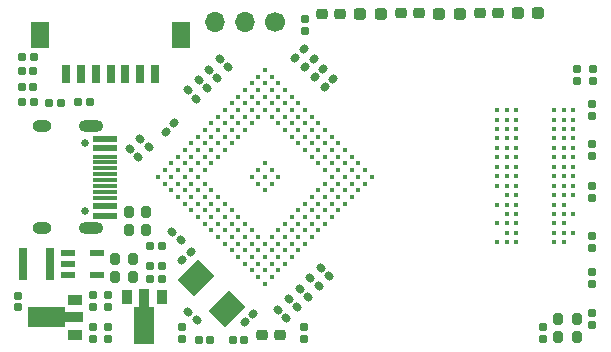
<source format=gbr>
%TF.GenerationSoftware,KiCad,Pcbnew,7.0.5-0*%
%TF.CreationDate,2023-06-19T10:32:09+08:00*%
%TF.ProjectId,slimarm_carambola,736c696d-6172-46d5-9f63-6172616d626f,rev?*%
%TF.SameCoordinates,Original*%
%TF.FileFunction,Soldermask,Top*%
%TF.FilePolarity,Negative*%
%FSLAX46Y46*%
G04 Gerber Fmt 4.6, Leading zero omitted, Abs format (unit mm)*
G04 Created by KiCad (PCBNEW 7.0.5-0) date 2023-06-19 10:32:09*
%MOMM*%
%LPD*%
G01*
G04 APERTURE LIST*
G04 Aperture macros list*
%AMRoundRect*
0 Rectangle with rounded corners*
0 $1 Rounding radius*
0 $2 $3 $4 $5 $6 $7 $8 $9 X,Y pos of 4 corners*
0 Add a 4 corners polygon primitive as box body*
4,1,4,$2,$3,$4,$5,$6,$7,$8,$9,$2,$3,0*
0 Add four circle primitives for the rounded corners*
1,1,$1+$1,$2,$3*
1,1,$1+$1,$4,$5*
1,1,$1+$1,$6,$7*
1,1,$1+$1,$8,$9*
0 Add four rect primitives between the rounded corners*
20,1,$1+$1,$2,$3,$4,$5,0*
20,1,$1+$1,$4,$5,$6,$7,0*
20,1,$1+$1,$6,$7,$8,$9,0*
20,1,$1+$1,$8,$9,$2,$3,0*%
%AMRotRect*
0 Rectangle, with rotation*
0 The origin of the aperture is its center*
0 $1 length*
0 $2 width*
0 $3 Rotation angle, in degrees counterclockwise*
0 Add horizontal line*
21,1,$1,$2,0,0,$3*%
%AMFreePoly0*
4,1,9,3.862500,-0.866500,0.737500,-0.866500,0.737500,-0.450000,-0.737500,-0.450000,-0.737500,0.450000,0.737500,0.450000,0.737500,0.866500,3.862500,0.866500,3.862500,-0.866500,3.862500,-0.866500,$1*%
G04 Aperture macros list end*
%ADD10RoundRect,0.150000X-0.053033X-0.265165X0.265165X0.053033X0.053033X0.265165X-0.265165X-0.053033X0*%
%ADD11RoundRect,0.150000X-0.150000X0.225000X-0.150000X-0.225000X0.150000X-0.225000X0.150000X0.225000X0*%
%ADD12R,1.200000X0.600000*%
%ADD13RoundRect,0.150000X0.265165X-0.053033X-0.053033X0.265165X-0.265165X0.053033X0.053033X-0.265165X0*%
%ADD14RoundRect,0.212500X0.262500X0.212500X-0.262500X0.212500X-0.262500X-0.212500X0.262500X-0.212500X0*%
%ADD15RotRect,2.000000X2.400000X135.000000*%
%ADD16RoundRect,0.212500X-0.212500X0.262500X-0.212500X-0.262500X0.212500X-0.262500X0.212500X0.262500X0*%
%ADD17R,0.800000X2.700000*%
%ADD18RoundRect,0.150000X0.225000X0.150000X-0.225000X0.150000X-0.225000X-0.150000X0.225000X-0.150000X0*%
%ADD19RoundRect,0.150000X-0.265165X0.053033X0.053033X-0.265165X0.265165X-0.053033X-0.053033X0.265165X0*%
%ADD20RoundRect,0.150000X-0.225000X-0.150000X0.225000X-0.150000X0.225000X0.150000X-0.225000X0.150000X0*%
%ADD21RoundRect,0.150000X0.150000X-0.225000X0.150000X0.225000X-0.150000X0.225000X-0.150000X-0.225000X0*%
%ADD22RoundRect,0.237500X0.287500X0.237500X-0.287500X0.237500X-0.287500X-0.237500X0.287500X-0.237500X0*%
%ADD23C,1.700000*%
%ADD24O,1.700000X1.700000*%
%ADD25RoundRect,0.212500X0.212500X-0.262500X0.212500X0.262500X-0.212500X0.262500X-0.212500X-0.262500X0*%
%ADD26C,0.650000*%
%ADD27R,2.000000X0.600000*%
%ADD28R,2.000000X0.300000*%
%ADD29O,2.100000X1.000000*%
%ADD30O,1.600000X1.000000*%
%ADD31RoundRect,0.150000X0.053033X0.265165X-0.265165X-0.053033X-0.053033X-0.265165X0.265165X0.053033X0*%
%ADD32R,0.900000X1.300000*%
%ADD33FreePoly0,270.000000*%
%ADD34R,0.711200X1.600000*%
%ADD35R,1.600200X2.209800*%
%ADD36C,0.410000*%
%ADD37R,1.300000X0.900000*%
%ADD38FreePoly0,180.000000*%
G04 APERTURE END LIST*
D10*
%TO.C,C31*%
X34876447Y-39613553D03*
X35583553Y-38906447D03*
%TD*%
D11*
%TO.C,C23*%
X63030000Y-18160000D03*
X63030000Y-19160000D03*
%TD*%
D12*
%TO.C,U3*%
X19879050Y-33709999D03*
X19879050Y-34660000D03*
X19879050Y-35610001D03*
X22380950Y-35610001D03*
X22380950Y-33709999D03*
%TD*%
D13*
%TO.C,C28*%
X25873553Y-25623553D03*
X25166447Y-24916447D03*
%TD*%
D11*
%TO.C,C29*%
X23290000Y-37300000D03*
X23290000Y-38300000D03*
%TD*%
D13*
%TO.C,C6*%
X30823553Y-39413553D03*
X30116447Y-38706447D03*
%TD*%
%TO.C,C12*%
X39323553Y-38343553D03*
X38616447Y-37636447D03*
%TD*%
D14*
%TO.C,R21*%
X49669500Y-13460000D03*
X48145500Y-13460000D03*
%TD*%
D15*
%TO.C,Y1*%
X33378148Y-38458148D03*
X30761852Y-35841852D03*
%TD*%
D14*
%TO.C,R20*%
X56332000Y-13460000D03*
X54808000Y-13460000D03*
%TD*%
%TO.C,R3*%
X37892000Y-40700000D03*
X36368000Y-40700000D03*
%TD*%
D13*
%TO.C,C13*%
X41133553Y-36563553D03*
X40426447Y-35856447D03*
%TD*%
D16*
%TO.C,R15*%
X61440000Y-39318000D03*
X61440000Y-40842000D03*
%TD*%
D17*
%TO.C,L1*%
X18430000Y-34680000D03*
X16130000Y-34680000D03*
%TD*%
D11*
%TO.C,R10*%
X39880000Y-40000000D03*
X39880000Y-41000000D03*
%TD*%
%TO.C,C17*%
X60100000Y-40000000D03*
X60100000Y-41000000D03*
%TD*%
D18*
%TO.C,C27*%
X27880000Y-33180000D03*
X26880000Y-33180000D03*
%TD*%
D19*
%TO.C,C2*%
X32776447Y-17316447D03*
X33483553Y-18023553D03*
%TD*%
D13*
%TO.C,C15*%
X40223553Y-37453553D03*
X39516447Y-36746447D03*
%TD*%
D20*
%TO.C,R23*%
X15984999Y-18361893D03*
X16984999Y-18361893D03*
%TD*%
D21*
%TO.C,C33*%
X22060000Y-38330000D03*
X22060000Y-37330000D03*
%TD*%
D20*
%TO.C,R24*%
X15994999Y-17121893D03*
X16994999Y-17121893D03*
%TD*%
D18*
%TO.C,R2*%
X19300000Y-21000000D03*
X18300000Y-21000000D03*
%TD*%
D22*
%TO.C,D3*%
X46415000Y-13520000D03*
X44665000Y-13520000D03*
%TD*%
D21*
%TO.C,R9*%
X39980000Y-14910000D03*
X39980000Y-13910000D03*
%TD*%
D23*
%TO.C,J5*%
X37480000Y-14180000D03*
D24*
X34940000Y-14180000D03*
X32400000Y-14180000D03*
%TD*%
D25*
%TO.C,R7*%
X26540000Y-31762000D03*
X26540000Y-30238000D03*
%TD*%
D19*
%TO.C,C3*%
X30076447Y-19966447D03*
X30783553Y-20673553D03*
%TD*%
D11*
%TO.C,C38*%
X15690000Y-37350000D03*
X15690000Y-38350000D03*
%TD*%
D19*
%TO.C,C5*%
X31865740Y-18205740D03*
X32572846Y-18912846D03*
%TD*%
D21*
%TO.C,C22*%
X64270000Y-33320000D03*
X64270000Y-32320000D03*
%TD*%
D25*
%TO.C,R6*%
X25400000Y-35752000D03*
X25400000Y-34228000D03*
%TD*%
D20*
%TO.C,R13*%
X15994999Y-20931893D03*
X16994999Y-20931893D03*
%TD*%
D26*
%TO.C,J1*%
X21331000Y-24430000D03*
X21331000Y-30210000D03*
D27*
X23031000Y-24070000D03*
X23031000Y-24870000D03*
D28*
X23031000Y-26070000D03*
X23031000Y-27070000D03*
X23031000Y-27570000D03*
X23031000Y-28570000D03*
D27*
X23031000Y-29770000D03*
X23031000Y-30570000D03*
X23031000Y-30570000D03*
X23031000Y-29770000D03*
D28*
X23031000Y-29070000D03*
X23031000Y-28070000D03*
X23031000Y-26570000D03*
X23031000Y-25570000D03*
D27*
X23031000Y-24870000D03*
X23031000Y-24070000D03*
D29*
X21861000Y-23000000D03*
D30*
X17681000Y-23000000D03*
D29*
X21861000Y-31640000D03*
D30*
X17681000Y-31640000D03*
%TD*%
D18*
%TO.C,R11*%
X34850000Y-41110000D03*
X33850000Y-41110000D03*
%TD*%
D21*
%TO.C,C30*%
X22060000Y-40980000D03*
X22060000Y-39980000D03*
%TD*%
D11*
%TO.C,C19*%
X64310000Y-21140000D03*
X64310000Y-22140000D03*
%TD*%
D22*
%TO.C,D1*%
X59732500Y-13460000D03*
X57982500Y-13460000D03*
%TD*%
D19*
%TO.C,C1*%
X30986447Y-19096447D03*
X31693553Y-19803553D03*
%TD*%
D20*
%TO.C,C41*%
X30970000Y-41080000D03*
X31970000Y-41080000D03*
%TD*%
D25*
%TO.C,R4*%
X23879050Y-35752001D03*
X23879050Y-34228001D03*
%TD*%
D21*
%TO.C,C21*%
X64270000Y-29050000D03*
X64270000Y-28050000D03*
%TD*%
D20*
%TO.C,R1*%
X20790000Y-20990000D03*
X21790000Y-20990000D03*
%TD*%
D31*
%TO.C,C9*%
X42343553Y-18996447D03*
X41636447Y-19703553D03*
%TD*%
D32*
%TO.C,U5*%
X27890000Y-37480000D03*
D33*
X26390000Y-37567500D03*
D32*
X24890000Y-37480000D03*
%TD*%
D25*
%TO.C,R14*%
X62970000Y-40842000D03*
X62970000Y-39318000D03*
%TD*%
D31*
%TO.C,R12*%
X28883553Y-22766447D03*
X28176447Y-23473553D03*
%TD*%
%TO.C,C32*%
X30313553Y-33626447D03*
X29606447Y-34333553D03*
%TD*%
%TO.C,C10*%
X41543553Y-18166447D03*
X40836447Y-18873553D03*
%TD*%
D21*
%TO.C,C26*%
X64300000Y-39840000D03*
X64300000Y-38840000D03*
%TD*%
D13*
%TO.C,C14*%
X38413553Y-39283553D03*
X37706447Y-38576447D03*
%TD*%
%TO.C,C16*%
X42013553Y-35683553D03*
X41306447Y-34976447D03*
%TD*%
D25*
%TO.C,R5*%
X25070000Y-31752000D03*
X25070000Y-30228000D03*
%TD*%
D34*
%TO.C,J4*%
X19767100Y-18572000D03*
X21017100Y-18572000D03*
X22267100Y-18572000D03*
X23517100Y-18572000D03*
X24767100Y-18572000D03*
X26017100Y-18572000D03*
X27267100Y-18572000D03*
D35*
X29514200Y-15270000D03*
X17520000Y-15270000D03*
%TD*%
D31*
%TO.C,C7*%
X39883553Y-16496447D03*
X39176447Y-17203553D03*
%TD*%
D21*
%TO.C,C24*%
X64290000Y-36390000D03*
X64290000Y-35390000D03*
%TD*%
D20*
%TO.C,R22*%
X15984999Y-19681893D03*
X16984999Y-19681893D03*
%TD*%
D36*
%TO.C,U2*%
X56269600Y-21639300D03*
X57069700Y-21639300D03*
X57869800Y-21639300D03*
X61070200Y-21639300D03*
X61870300Y-21639300D03*
X62670400Y-21639300D03*
X56269600Y-22439400D03*
X57069700Y-22439400D03*
X57869800Y-22439400D03*
X61070200Y-22439400D03*
X61870300Y-22439400D03*
X62670400Y-22439400D03*
X56269600Y-23239500D03*
X57069700Y-23239500D03*
X57869800Y-23239500D03*
X61070200Y-23239500D03*
X61870300Y-23239500D03*
X62670400Y-23239500D03*
X56269600Y-24039600D03*
X57069700Y-24039600D03*
X57869800Y-24039600D03*
X61070200Y-24039600D03*
X61870300Y-24039600D03*
X62670400Y-24039600D03*
X56269600Y-24839700D03*
X57069700Y-24839700D03*
X57869800Y-24839700D03*
X61070200Y-24839700D03*
X61870300Y-24839700D03*
X62670400Y-24839700D03*
X56269600Y-25639800D03*
X57069700Y-25639800D03*
X57869800Y-25639800D03*
X61070200Y-25639800D03*
X61870300Y-25639800D03*
X62670400Y-25639800D03*
X56269600Y-26439900D03*
X57069700Y-26439900D03*
X57869800Y-26439900D03*
X61070200Y-26439900D03*
X61870300Y-26439900D03*
X62670400Y-26439900D03*
X56269600Y-27240000D03*
X57069700Y-27240000D03*
X57869800Y-27240000D03*
X61070200Y-27240000D03*
X61870300Y-27240000D03*
X62670400Y-27240000D03*
X56269600Y-28040100D03*
X57069700Y-28040100D03*
X57869800Y-28040100D03*
X61070200Y-28040100D03*
X61870300Y-28040100D03*
X62670400Y-28040100D03*
X57069700Y-28840200D03*
X57869800Y-28840200D03*
X61070200Y-28840200D03*
X61870300Y-28840200D03*
X62670400Y-28840200D03*
X56269600Y-29640300D03*
X57069700Y-29640300D03*
X57869800Y-29640300D03*
X61070200Y-29640300D03*
X61870300Y-29640300D03*
X57069700Y-30440400D03*
X57869800Y-30440400D03*
X61070200Y-30440400D03*
X61870300Y-30440400D03*
X62670400Y-30440400D03*
X56269600Y-31240500D03*
X57069700Y-31240500D03*
X57869800Y-31240500D03*
X61070200Y-31240500D03*
X61870300Y-31240500D03*
X57069700Y-32040600D03*
X57869800Y-32040600D03*
X61070200Y-32040600D03*
X61870300Y-32040600D03*
X62670400Y-32040600D03*
X56269600Y-32840700D03*
X57069700Y-32840700D03*
X57869800Y-32840700D03*
X61070200Y-32840700D03*
X61870300Y-32840700D03*
%TD*%
D11*
%TO.C,C20*%
X64310000Y-24520000D03*
X64310000Y-25520000D03*
%TD*%
D21*
%TO.C,C34*%
X23270000Y-40990000D03*
X23270000Y-39990000D03*
%TD*%
D22*
%TO.C,D2*%
X53080000Y-13480000D03*
X51330000Y-13480000D03*
%TD*%
D31*
%TO.C,C11*%
X40723553Y-17326447D03*
X40016447Y-18033553D03*
%TD*%
D11*
%TO.C,C25*%
X64340000Y-18160000D03*
X64340000Y-19160000D03*
%TD*%
D36*
%TO.C,U1*%
X36590000Y-18239033D03*
X37155685Y-18804719D03*
X37721371Y-19370404D03*
X38287056Y-19936089D03*
X38852742Y-20501775D03*
X39418427Y-21067460D03*
X39984113Y-21633146D03*
X40549798Y-22198831D03*
X41115483Y-22764517D03*
X41681169Y-23330202D03*
X42246854Y-23895887D03*
X42812540Y-24461573D03*
X43378225Y-25027258D03*
X43943911Y-25592944D03*
X44509596Y-26158629D03*
X45075281Y-26724315D03*
X45640967Y-27290000D03*
X36024315Y-18804719D03*
X36590000Y-19370404D03*
X37155685Y-19936089D03*
X37721371Y-20501775D03*
X38287056Y-21067460D03*
X38852742Y-21633146D03*
X39418427Y-22198831D03*
X39984113Y-22764517D03*
X40549798Y-23330202D03*
X41115483Y-23895887D03*
X41681169Y-24461573D03*
X42246854Y-25027258D03*
X42812540Y-25592944D03*
X43378225Y-26158629D03*
X43943911Y-26724315D03*
X44509596Y-27290000D03*
X45075281Y-27855685D03*
X35458629Y-19370404D03*
X36024315Y-19936089D03*
X36590000Y-20501775D03*
X37155685Y-21067460D03*
X37721371Y-21633146D03*
X38287056Y-22198831D03*
X38852742Y-22764517D03*
X39418427Y-23330202D03*
X39984113Y-23895887D03*
X40549798Y-24461573D03*
X41115483Y-25027258D03*
X41681169Y-25592944D03*
X42246854Y-26158629D03*
X42812540Y-26724315D03*
X43378225Y-27290000D03*
X43943911Y-27855685D03*
X44509596Y-28421371D03*
X34892944Y-19936089D03*
X35458629Y-20501775D03*
X36024315Y-21067460D03*
X36590000Y-21633146D03*
X37155685Y-22198831D03*
X37721371Y-22764517D03*
X38287056Y-23330202D03*
X38852742Y-23895887D03*
X39418427Y-24461573D03*
X39984113Y-25027258D03*
X40549798Y-25592944D03*
X41115483Y-26158629D03*
X41681169Y-26724315D03*
X42246854Y-27290000D03*
X42812540Y-27855685D03*
X43378225Y-28421371D03*
X43943911Y-28987056D03*
X34327258Y-20501775D03*
X34892944Y-21067460D03*
X35458629Y-21633146D03*
X36024315Y-22198831D03*
X41681169Y-27855685D03*
X42246854Y-28421371D03*
X42812540Y-28987056D03*
X43378225Y-29552742D03*
X33761573Y-21067460D03*
X34327258Y-21633146D03*
X34892944Y-22198831D03*
X35458629Y-22764517D03*
X41115483Y-28421371D03*
X41681169Y-28987056D03*
X42246854Y-29552742D03*
X42812540Y-30118427D03*
X33195887Y-21633146D03*
X33761573Y-22198831D03*
X34327258Y-22764517D03*
X34892944Y-23330202D03*
X40549798Y-28987056D03*
X41115483Y-29552742D03*
X41681169Y-30118427D03*
X42246854Y-30684113D03*
X32630202Y-22198831D03*
X33195887Y-22764517D03*
X33761573Y-23330202D03*
X34327258Y-23895887D03*
X36590000Y-26158629D03*
X37155685Y-26724315D03*
X37721371Y-27290000D03*
X39984113Y-29552742D03*
X40549798Y-30118427D03*
X41115483Y-30684113D03*
X41681169Y-31249798D03*
X32064517Y-22764517D03*
X32630202Y-23330202D03*
X33195887Y-23895887D03*
X33761573Y-24461573D03*
X36024315Y-26724315D03*
X36590000Y-27290000D03*
X37155685Y-27855685D03*
X39418427Y-30118427D03*
X39984113Y-30684113D03*
X40549798Y-31249798D03*
X41115483Y-31815483D03*
X31498831Y-23330202D03*
X32064517Y-23895887D03*
X32630202Y-24461573D03*
X33195887Y-25027258D03*
X35458629Y-27290000D03*
X36024315Y-27855685D03*
X36590000Y-28421371D03*
X38852742Y-30684113D03*
X39418427Y-31249798D03*
X39984113Y-31815483D03*
X40549798Y-32381169D03*
X30933146Y-23895887D03*
X31498831Y-24461573D03*
X32064517Y-25027258D03*
X32630202Y-25592944D03*
X38287056Y-31249798D03*
X38852742Y-31815483D03*
X39418427Y-32381169D03*
X39984113Y-32946854D03*
X30367460Y-24461573D03*
X30933146Y-25027258D03*
X31498831Y-25592944D03*
X32064517Y-26158629D03*
X37721371Y-31815483D03*
X38287056Y-32381169D03*
X38852742Y-32946854D03*
X39418427Y-33512540D03*
X29801775Y-25027258D03*
X30367460Y-25592944D03*
X30933146Y-26158629D03*
X31498831Y-26724315D03*
X37155685Y-32381169D03*
X37721371Y-32946854D03*
X38287056Y-33512540D03*
X38852742Y-34078225D03*
X29236089Y-25592944D03*
X29801775Y-26158629D03*
X30367460Y-26724315D03*
X30933146Y-27290000D03*
X31498831Y-27855685D03*
X32064517Y-28421371D03*
X32630202Y-28987056D03*
X33195887Y-29552742D03*
X33761573Y-30118427D03*
X34327258Y-30684113D03*
X34892944Y-31249798D03*
X35458629Y-31815483D03*
X36024315Y-32381169D03*
X36590000Y-32946854D03*
X37155685Y-33512540D03*
X37721371Y-34078225D03*
X38287056Y-34643911D03*
X28670404Y-26158629D03*
X29236089Y-26724315D03*
X29801775Y-27290000D03*
X30367460Y-27855685D03*
X30933146Y-28421371D03*
X31498831Y-28987056D03*
X32064517Y-29552742D03*
X32630202Y-30118427D03*
X33195887Y-30684113D03*
X33761573Y-31249798D03*
X34327258Y-31815483D03*
X34892944Y-32381169D03*
X35458629Y-32946854D03*
X36024315Y-33512540D03*
X36590000Y-34078225D03*
X37155685Y-34643911D03*
X37721371Y-35209596D03*
X28104719Y-26724315D03*
X28670404Y-27290000D03*
X29236089Y-27855685D03*
X29801775Y-28421371D03*
X30367460Y-28987056D03*
X30933146Y-29552742D03*
X31498831Y-30118427D03*
X32064517Y-30684113D03*
X32630202Y-31249798D03*
X33195887Y-31815483D03*
X33761573Y-32381169D03*
X34327258Y-32946854D03*
X34892944Y-33512540D03*
X35458629Y-34078225D03*
X36024315Y-34643911D03*
X36590000Y-35209596D03*
X37155685Y-35775281D03*
X27539033Y-27290000D03*
X28104719Y-27855685D03*
X28670404Y-28421371D03*
X29236089Y-28987056D03*
X29801775Y-29552742D03*
X30367460Y-30118427D03*
X30933146Y-30684113D03*
X31498831Y-31249798D03*
X32064517Y-31815483D03*
X32630202Y-32381169D03*
X33195887Y-32946854D03*
X33761573Y-33512540D03*
X34327258Y-34078225D03*
X34892944Y-34643911D03*
X35458629Y-35209596D03*
X36024315Y-35775281D03*
X36590000Y-36340967D03*
%TD*%
D37*
%TO.C,U7*%
X20510000Y-40690000D03*
D38*
X20422500Y-39190000D03*
D37*
X20510000Y-37690000D03*
%TD*%
D13*
%TO.C,C8*%
X26733553Y-24783553D03*
X26026447Y-24076447D03*
%TD*%
D20*
%TO.C,C18*%
X26850000Y-34800000D03*
X27850000Y-34800000D03*
%TD*%
D21*
%TO.C,C37*%
X29560000Y-41000000D03*
X29560000Y-40000000D03*
%TD*%
D19*
%TO.C,C4*%
X28737154Y-31925740D03*
X29444260Y-32632846D03*
%TD*%
D14*
%TO.C,R8*%
X42964500Y-13500000D03*
X41440500Y-13500000D03*
%TD*%
D18*
%TO.C,C35*%
X27860000Y-35980000D03*
X26860000Y-35980000D03*
%TD*%
M02*

</source>
